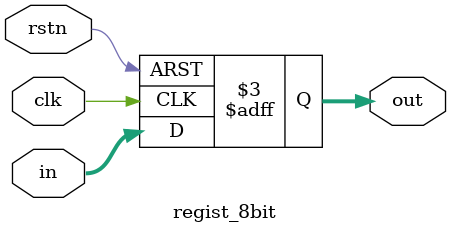
<source format=v>

module regist_8bit(
//-----input-----
  clk,
  rstn,
  in,
//-----output-----
  out
);

input clk;
input rstn;
input [7:0]in;
output [7:0]out;
reg [7:0]out;

always@(posedge clk or negedge rstn)
begin
  if(!rstn)
    begin
      out<=8'b0;
    end
  else
    begin
      out<=in;
    end
end

endmodule

</source>
